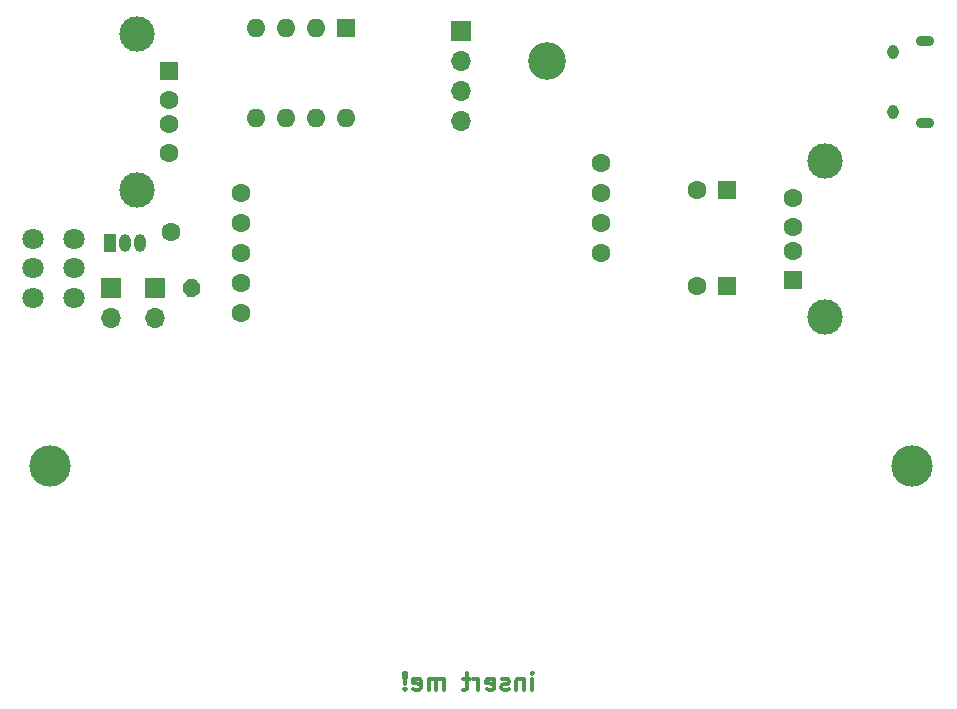
<source format=gbr>
%TF.GenerationSoftware,KiCad,Pcbnew,(5.1.9)-1*%
%TF.CreationDate,2021-05-12T15:20:05-07:00*%
%TF.ProjectId,vive_ups,76697665-5f75-4707-932e-6b696361645f,rev?*%
%TF.SameCoordinates,Original*%
%TF.FileFunction,Soldermask,Bot*%
%TF.FilePolarity,Negative*%
%FSLAX46Y46*%
G04 Gerber Fmt 4.6, Leading zero omitted, Abs format (unit mm)*
G04 Created by KiCad (PCBNEW (5.1.9)-1) date 2021-05-12 15:20:05*
%MOMM*%
%LPD*%
G01*
G04 APERTURE LIST*
%ADD10C,0.300000*%
%ADD11C,1.600000*%
%ADD12O,1.700000X1.700000*%
%ADD13R,1.700000X1.700000*%
%ADD14C,3.200000*%
%ADD15R,1.600000X1.600000*%
%ADD16C,1.800000*%
%ADD17O,1.550000X0.890000*%
%ADD18O,0.950000X1.250000*%
%ADD19C,3.500000*%
%ADD20R,1.500000X1.600000*%
%ADD21C,3.000000*%
%ADD22O,1.600000X1.600000*%
%ADD23R,1.000000X1.500000*%
%ADD24O,1.000000X1.500000*%
G04 APERTURE END LIST*
D10*
X107500857Y-152062571D02*
X107500857Y-151062571D01*
X107500857Y-150562571D02*
X107572285Y-150634000D01*
X107500857Y-150705428D01*
X107429428Y-150634000D01*
X107500857Y-150562571D01*
X107500857Y-150705428D01*
X106786571Y-151062571D02*
X106786571Y-152062571D01*
X106786571Y-151205428D02*
X106715142Y-151134000D01*
X106572285Y-151062571D01*
X106358000Y-151062571D01*
X106215142Y-151134000D01*
X106143714Y-151276857D01*
X106143714Y-152062571D01*
X105500857Y-151991142D02*
X105358000Y-152062571D01*
X105072285Y-152062571D01*
X104929428Y-151991142D01*
X104858000Y-151848285D01*
X104858000Y-151776857D01*
X104929428Y-151634000D01*
X105072285Y-151562571D01*
X105286571Y-151562571D01*
X105429428Y-151491142D01*
X105500857Y-151348285D01*
X105500857Y-151276857D01*
X105429428Y-151134000D01*
X105286571Y-151062571D01*
X105072285Y-151062571D01*
X104929428Y-151134000D01*
X103643714Y-151991142D02*
X103786571Y-152062571D01*
X104072285Y-152062571D01*
X104215142Y-151991142D01*
X104286571Y-151848285D01*
X104286571Y-151276857D01*
X104215142Y-151134000D01*
X104072285Y-151062571D01*
X103786571Y-151062571D01*
X103643714Y-151134000D01*
X103572285Y-151276857D01*
X103572285Y-151419714D01*
X104286571Y-151562571D01*
X102929428Y-152062571D02*
X102929428Y-151062571D01*
X102929428Y-151348285D02*
X102858000Y-151205428D01*
X102786571Y-151134000D01*
X102643714Y-151062571D01*
X102500857Y-151062571D01*
X102215142Y-151062571D02*
X101643714Y-151062571D01*
X102000857Y-150562571D02*
X102000857Y-151848285D01*
X101929428Y-151991142D01*
X101786571Y-152062571D01*
X101643714Y-152062571D01*
X100000857Y-152062571D02*
X100000857Y-151062571D01*
X100000857Y-151205428D02*
X99929428Y-151134000D01*
X99786571Y-151062571D01*
X99572285Y-151062571D01*
X99429428Y-151134000D01*
X99358000Y-151276857D01*
X99358000Y-152062571D01*
X99358000Y-151276857D02*
X99286571Y-151134000D01*
X99143714Y-151062571D01*
X98929428Y-151062571D01*
X98786571Y-151134000D01*
X98715142Y-151276857D01*
X98715142Y-152062571D01*
X97429428Y-151991142D02*
X97572285Y-152062571D01*
X97858000Y-152062571D01*
X98000857Y-151991142D01*
X98072285Y-151848285D01*
X98072285Y-151276857D01*
X98000857Y-151134000D01*
X97858000Y-151062571D01*
X97572285Y-151062571D01*
X97429428Y-151134000D01*
X97358000Y-151276857D01*
X97358000Y-151419714D01*
X98072285Y-151562571D01*
X96715142Y-151919714D02*
X96643714Y-151991142D01*
X96715142Y-152062571D01*
X96786571Y-151991142D01*
X96715142Y-151919714D01*
X96715142Y-152062571D01*
X96715142Y-151491142D02*
X96786571Y-150634000D01*
X96715142Y-150562571D01*
X96643714Y-150634000D01*
X96715142Y-151491142D01*
X96715142Y-150562571D01*
%TO.C,R13*%
G36*
G01*
X78375046Y-117255085D02*
X78375046Y-117255085D01*
G75*
G02*
X79400416Y-117733223I273616J-751754D01*
G01*
X79400416Y-117733223D01*
G75*
G02*
X78922278Y-118758593I-751754J-273616D01*
G01*
X78922278Y-118758593D01*
G75*
G02*
X77896908Y-118280455I-273616J751754D01*
G01*
X77896908Y-118280455D01*
G75*
G02*
X78375046Y-117255085I751754J273616D01*
G01*
G37*
D11*
X76911200Y-113233200D03*
%TD*%
D12*
%TO.C,J3*%
X101447600Y-103835200D03*
X101447600Y-101295200D03*
X101447600Y-98755200D03*
D13*
X101447600Y-96215200D03*
%TD*%
D12*
%TO.C,BZ2*%
X71780400Y-120548400D03*
D13*
X71780400Y-118008400D03*
%TD*%
D14*
%TO.C,H1*%
X108712000Y-98806000D03*
%TD*%
D11*
%TO.C,C5*%
X121452000Y-109728000D03*
D15*
X123952000Y-109728000D03*
%TD*%
D11*
%TO.C,U9*%
X113294000Y-115062000D03*
X113294000Y-112522000D03*
X113294000Y-109982000D03*
X113294000Y-107442000D03*
X82794000Y-120142000D03*
X82794000Y-117602000D03*
X82794000Y-115062000D03*
X82794000Y-112522000D03*
X82794000Y-109982000D03*
%TD*%
D12*
%TO.C,BZ1*%
X75539600Y-120548400D03*
D13*
X75539600Y-118008400D03*
%TD*%
D16*
%TO.C,SW1*%
X65254400Y-113832000D03*
X65254400Y-116332000D03*
X65254400Y-118832000D03*
X68654400Y-113832000D03*
X68654400Y-116332000D03*
X68654400Y-118832000D03*
%TD*%
D17*
%TO.C,J2*%
X140771400Y-97058600D03*
X140771400Y-104058600D03*
D18*
X138071400Y-98058600D03*
X138071400Y-103058600D03*
%TD*%
D19*
%TO.C,BT1*%
X139624000Y-133096000D03*
X66624000Y-133096000D03*
%TD*%
D11*
%TO.C,C9*%
X121452000Y-117856000D03*
D15*
X123952000Y-117856000D03*
%TD*%
D11*
%TO.C,J4*%
X129540000Y-110348000D03*
X129540000Y-112848000D03*
X129540000Y-114848000D03*
D20*
X129540000Y-117348000D03*
D21*
X132250000Y-107278000D03*
X132250000Y-120418000D03*
%TD*%
D11*
%TO.C,J1*%
X76751000Y-106590000D03*
X76751000Y-104090000D03*
X76751000Y-102090000D03*
D20*
X76751000Y-99590000D03*
D21*
X74041000Y-109660000D03*
X74041000Y-96520000D03*
%TD*%
D22*
%TO.C,U8*%
X91757500Y-103632000D03*
X84137500Y-96012000D03*
X89217500Y-103632000D03*
X86677500Y-96012000D03*
X86677500Y-103632000D03*
X89217500Y-96012000D03*
X84137500Y-103632000D03*
D15*
X91757500Y-96012000D03*
%TD*%
D23*
%TO.C,Q1*%
X71729600Y-114198400D03*
D24*
X74269600Y-114198400D03*
X72999600Y-114198400D03*
%TD*%
M02*

</source>
